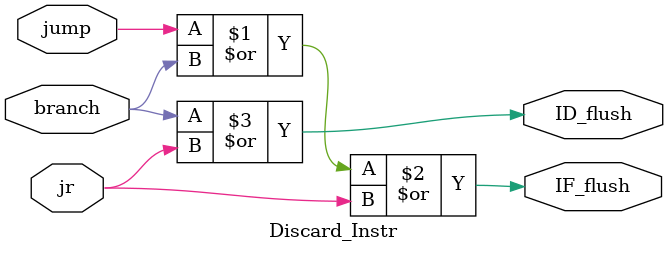
<source format=sv>
`timescale 1 ps / 100 fs
module Discard_Instr(ID_flush,IF_flush,jump,branch,jr);
	output ID_flush,IF_flush;
	input jump,branch,jr;
	or #50 OR1(IF_flush,jump,branch,jr);
	or #50 OR2(ID_flush,branch,jr);
endmodule
</source>
